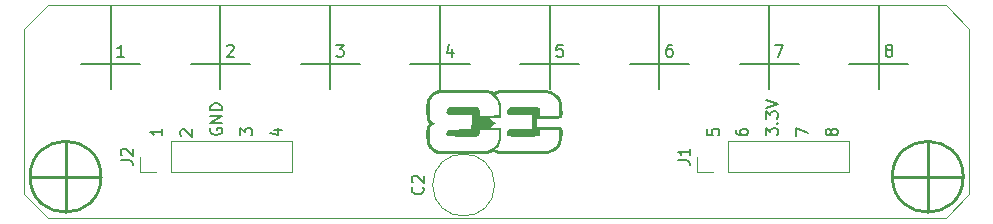
<source format=gbr>
%TF.GenerationSoftware,KiCad,Pcbnew,(7.0.0)*%
%TF.CreationDate,2023-10-30T21:48:48-03:00*%
%TF.ProjectId,QRE1113_Line_Sensors_x8,51524531-3131-4335-9f4c-696e655f5365,rev?*%
%TF.SameCoordinates,Original*%
%TF.FileFunction,Legend,Top*%
%TF.FilePolarity,Positive*%
%FSLAX46Y46*%
G04 Gerber Fmt 4.6, Leading zero omitted, Abs format (unit mm)*
G04 Created by KiCad (PCBNEW (7.0.0)) date 2023-10-30 21:48:48*
%MOMM*%
%LPD*%
G01*
G04 APERTURE LIST*
%ADD10C,0.150000*%
%ADD11C,0.200000*%
%ADD12C,0.254000*%
%ADD13C,0.120000*%
%TA.AperFunction,Profile*%
%ADD14C,0.100000*%
%TD*%
G04 APERTURE END LIST*
D10*
X164490198Y-56060000D02*
X164490198Y-63060000D01*
X124822499Y-60940000D02*
X129822499Y-60940000D01*
X180574046Y-60940000D02*
X185574046Y-60940000D01*
X183074046Y-56060000D02*
X183074046Y-63060000D01*
X161990198Y-60940000D02*
X166990198Y-60940000D01*
X134114426Y-60940000D02*
X139114426Y-60940000D01*
X143406350Y-60940000D02*
X148406350Y-60940000D01*
X171282122Y-60940000D02*
X176282122Y-60940000D01*
X145906350Y-56060000D02*
X145906350Y-63060000D01*
X173782122Y-56060000D02*
X173782122Y-63060000D01*
X155198274Y-56060000D02*
X155198274Y-63060000D01*
X192365970Y-56060000D02*
X192365970Y-63060000D01*
X127322499Y-56060000D02*
X127322499Y-63060000D01*
X189865970Y-60940000D02*
X194865970Y-60940000D01*
X136614426Y-56060000D02*
X136614426Y-63060000D01*
X152698274Y-60940000D02*
X157698274Y-60940000D01*
D11*
X193124423Y-59760952D02*
X193029185Y-59713333D01*
X193029185Y-59713333D02*
X192981566Y-59665714D01*
X192981566Y-59665714D02*
X192933947Y-59570476D01*
X192933947Y-59570476D02*
X192933947Y-59522857D01*
X192933947Y-59522857D02*
X192981566Y-59427619D01*
X192981566Y-59427619D02*
X193029185Y-59380000D01*
X193029185Y-59380000D02*
X193124423Y-59332380D01*
X193124423Y-59332380D02*
X193314899Y-59332380D01*
X193314899Y-59332380D02*
X193410137Y-59380000D01*
X193410137Y-59380000D02*
X193457756Y-59427619D01*
X193457756Y-59427619D02*
X193505375Y-59522857D01*
X193505375Y-59522857D02*
X193505375Y-59570476D01*
X193505375Y-59570476D02*
X193457756Y-59665714D01*
X193457756Y-59665714D02*
X193410137Y-59713333D01*
X193410137Y-59713333D02*
X193314899Y-59760952D01*
X193314899Y-59760952D02*
X193124423Y-59760952D01*
X193124423Y-59760952D02*
X193029185Y-59808571D01*
X193029185Y-59808571D02*
X192981566Y-59856190D01*
X192981566Y-59856190D02*
X192933947Y-59951428D01*
X192933947Y-59951428D02*
X192933947Y-60141904D01*
X192933947Y-60141904D02*
X192981566Y-60237142D01*
X192981566Y-60237142D02*
X193029185Y-60284761D01*
X193029185Y-60284761D02*
X193124423Y-60332380D01*
X193124423Y-60332380D02*
X193314899Y-60332380D01*
X193314899Y-60332380D02*
X193410137Y-60284761D01*
X193410137Y-60284761D02*
X193457756Y-60237142D01*
X193457756Y-60237142D02*
X193505375Y-60141904D01*
X193505375Y-60141904D02*
X193505375Y-59951428D01*
X193505375Y-59951428D02*
X193457756Y-59856190D01*
X193457756Y-59856190D02*
X193410137Y-59808571D01*
X193410137Y-59808571D02*
X193314899Y-59760952D01*
X141163214Y-66533333D02*
X141829880Y-66533333D01*
X140782261Y-66771428D02*
X141496547Y-67009523D01*
X141496547Y-67009523D02*
X141496547Y-66390476D01*
X156242441Y-59665714D02*
X156242441Y-60332380D01*
X156004346Y-59284761D02*
X155766251Y-59999047D01*
X155766251Y-59999047D02*
X156385298Y-59999047D01*
X183594404Y-59332380D02*
X184261070Y-59332380D01*
X184261070Y-59332380D02*
X183832499Y-60332380D01*
X165581984Y-59332380D02*
X165105794Y-59332380D01*
X165105794Y-59332380D02*
X165058175Y-59808571D01*
X165058175Y-59808571D02*
X165105794Y-59760952D01*
X165105794Y-59760952D02*
X165201032Y-59713333D01*
X165201032Y-59713333D02*
X165439127Y-59713333D01*
X165439127Y-59713333D02*
X165534365Y-59760952D01*
X165534365Y-59760952D02*
X165581984Y-59808571D01*
X165581984Y-59808571D02*
X165629603Y-59903809D01*
X165629603Y-59903809D02*
X165629603Y-60141904D01*
X165629603Y-60141904D02*
X165581984Y-60237142D01*
X165581984Y-60237142D02*
X165534365Y-60284761D01*
X165534365Y-60284761D02*
X165439127Y-60332380D01*
X165439127Y-60332380D02*
X165201032Y-60332380D01*
X165201032Y-60332380D02*
X165105794Y-60284761D01*
X165105794Y-60284761D02*
X165058175Y-60237142D01*
X180252380Y-66533333D02*
X180252380Y-66723809D01*
X180252380Y-66723809D02*
X180300000Y-66819047D01*
X180300000Y-66819047D02*
X180347619Y-66866666D01*
X180347619Y-66866666D02*
X180490476Y-66961904D01*
X180490476Y-66961904D02*
X180680952Y-67009523D01*
X180680952Y-67009523D02*
X181061904Y-67009523D01*
X181061904Y-67009523D02*
X181157142Y-66961904D01*
X181157142Y-66961904D02*
X181204761Y-66914285D01*
X181204761Y-66914285D02*
X181252380Y-66819047D01*
X181252380Y-66819047D02*
X181252380Y-66628571D01*
X181252380Y-66628571D02*
X181204761Y-66533333D01*
X181204761Y-66533333D02*
X181157142Y-66485714D01*
X181157142Y-66485714D02*
X181061904Y-66438095D01*
X181061904Y-66438095D02*
X180823809Y-66438095D01*
X180823809Y-66438095D02*
X180728571Y-66485714D01*
X180728571Y-66485714D02*
X180680952Y-66533333D01*
X180680952Y-66533333D02*
X180633333Y-66628571D01*
X180633333Y-66628571D02*
X180633333Y-66819047D01*
X180633333Y-66819047D02*
X180680952Y-66914285D01*
X180680952Y-66914285D02*
X180728571Y-66961904D01*
X180728571Y-66961904D02*
X180823809Y-67009523D01*
X182792380Y-67007142D02*
X182792380Y-66388095D01*
X182792380Y-66388095D02*
X183173333Y-66721428D01*
X183173333Y-66721428D02*
X183173333Y-66578571D01*
X183173333Y-66578571D02*
X183220952Y-66483333D01*
X183220952Y-66483333D02*
X183268571Y-66435714D01*
X183268571Y-66435714D02*
X183363809Y-66388095D01*
X183363809Y-66388095D02*
X183601904Y-66388095D01*
X183601904Y-66388095D02*
X183697142Y-66435714D01*
X183697142Y-66435714D02*
X183744761Y-66483333D01*
X183744761Y-66483333D02*
X183792380Y-66578571D01*
X183792380Y-66578571D02*
X183792380Y-66864285D01*
X183792380Y-66864285D02*
X183744761Y-66959523D01*
X183744761Y-66959523D02*
X183697142Y-67007142D01*
X183697142Y-65959523D02*
X183744761Y-65911904D01*
X183744761Y-65911904D02*
X183792380Y-65959523D01*
X183792380Y-65959523D02*
X183744761Y-66007142D01*
X183744761Y-66007142D02*
X183697142Y-65959523D01*
X183697142Y-65959523D02*
X183792380Y-65959523D01*
X182792380Y-65578571D02*
X182792380Y-64959524D01*
X182792380Y-64959524D02*
X183173333Y-65292857D01*
X183173333Y-65292857D02*
X183173333Y-65150000D01*
X183173333Y-65150000D02*
X183220952Y-65054762D01*
X183220952Y-65054762D02*
X183268571Y-65007143D01*
X183268571Y-65007143D02*
X183363809Y-64959524D01*
X183363809Y-64959524D02*
X183601904Y-64959524D01*
X183601904Y-64959524D02*
X183697142Y-65007143D01*
X183697142Y-65007143D02*
X183744761Y-65054762D01*
X183744761Y-65054762D02*
X183792380Y-65150000D01*
X183792380Y-65150000D02*
X183792380Y-65435714D01*
X183792380Y-65435714D02*
X183744761Y-65530952D01*
X183744761Y-65530952D02*
X183697142Y-65578571D01*
X182792380Y-64673809D02*
X183792380Y-64340476D01*
X183792380Y-64340476D02*
X182792380Y-64007143D01*
X146426708Y-59332380D02*
X147045755Y-59332380D01*
X147045755Y-59332380D02*
X146712422Y-59713333D01*
X146712422Y-59713333D02*
X146855279Y-59713333D01*
X146855279Y-59713333D02*
X146950517Y-59760952D01*
X146950517Y-59760952D02*
X146998136Y-59808571D01*
X146998136Y-59808571D02*
X147045755Y-59903809D01*
X147045755Y-59903809D02*
X147045755Y-60141904D01*
X147045755Y-60141904D02*
X146998136Y-60237142D01*
X146998136Y-60237142D02*
X146950517Y-60284761D01*
X146950517Y-60284761D02*
X146855279Y-60332380D01*
X146855279Y-60332380D02*
X146569565Y-60332380D01*
X146569565Y-60332380D02*
X146474327Y-60284761D01*
X146474327Y-60284761D02*
X146426708Y-60237142D01*
X188300952Y-66819047D02*
X188253333Y-66914285D01*
X188253333Y-66914285D02*
X188205714Y-66961904D01*
X188205714Y-66961904D02*
X188110476Y-67009523D01*
X188110476Y-67009523D02*
X188062857Y-67009523D01*
X188062857Y-67009523D02*
X187967619Y-66961904D01*
X187967619Y-66961904D02*
X187920000Y-66914285D01*
X187920000Y-66914285D02*
X187872380Y-66819047D01*
X187872380Y-66819047D02*
X187872380Y-66628571D01*
X187872380Y-66628571D02*
X187920000Y-66533333D01*
X187920000Y-66533333D02*
X187967619Y-66485714D01*
X187967619Y-66485714D02*
X188062857Y-66438095D01*
X188062857Y-66438095D02*
X188110476Y-66438095D01*
X188110476Y-66438095D02*
X188205714Y-66485714D01*
X188205714Y-66485714D02*
X188253333Y-66533333D01*
X188253333Y-66533333D02*
X188300952Y-66628571D01*
X188300952Y-66628571D02*
X188300952Y-66819047D01*
X188300952Y-66819047D02*
X188348571Y-66914285D01*
X188348571Y-66914285D02*
X188396190Y-66961904D01*
X188396190Y-66961904D02*
X188491428Y-67009523D01*
X188491428Y-67009523D02*
X188681904Y-67009523D01*
X188681904Y-67009523D02*
X188777142Y-66961904D01*
X188777142Y-66961904D02*
X188824761Y-66914285D01*
X188824761Y-66914285D02*
X188872380Y-66819047D01*
X188872380Y-66819047D02*
X188872380Y-66628571D01*
X188872380Y-66628571D02*
X188824761Y-66533333D01*
X188824761Y-66533333D02*
X188777142Y-66485714D01*
X188777142Y-66485714D02*
X188681904Y-66438095D01*
X188681904Y-66438095D02*
X188491428Y-66438095D01*
X188491428Y-66438095D02*
X188396190Y-66485714D01*
X188396190Y-66485714D02*
X188348571Y-66533333D01*
X188348571Y-66533333D02*
X188300952Y-66628571D01*
X138289880Y-67007142D02*
X138289880Y-66388095D01*
X138289880Y-66388095D02*
X138670833Y-66721428D01*
X138670833Y-66721428D02*
X138670833Y-66578571D01*
X138670833Y-66578571D02*
X138718452Y-66483333D01*
X138718452Y-66483333D02*
X138766071Y-66435714D01*
X138766071Y-66435714D02*
X138861309Y-66388095D01*
X138861309Y-66388095D02*
X139099404Y-66388095D01*
X139099404Y-66388095D02*
X139194642Y-66435714D01*
X139194642Y-66435714D02*
X139242261Y-66483333D01*
X139242261Y-66483333D02*
X139289880Y-66578571D01*
X139289880Y-66578571D02*
X139289880Y-66864285D01*
X139289880Y-66864285D02*
X139242261Y-66959523D01*
X139242261Y-66959523D02*
X139194642Y-67007142D01*
X174826289Y-59332380D02*
X174635813Y-59332380D01*
X174635813Y-59332380D02*
X174540575Y-59380000D01*
X174540575Y-59380000D02*
X174492956Y-59427619D01*
X174492956Y-59427619D02*
X174397718Y-59570476D01*
X174397718Y-59570476D02*
X174350099Y-59760952D01*
X174350099Y-59760952D02*
X174350099Y-60141904D01*
X174350099Y-60141904D02*
X174397718Y-60237142D01*
X174397718Y-60237142D02*
X174445337Y-60284761D01*
X174445337Y-60284761D02*
X174540575Y-60332380D01*
X174540575Y-60332380D02*
X174731051Y-60332380D01*
X174731051Y-60332380D02*
X174826289Y-60284761D01*
X174826289Y-60284761D02*
X174873908Y-60237142D01*
X174873908Y-60237142D02*
X174921527Y-60141904D01*
X174921527Y-60141904D02*
X174921527Y-59903809D01*
X174921527Y-59903809D02*
X174873908Y-59808571D01*
X174873908Y-59808571D02*
X174826289Y-59760952D01*
X174826289Y-59760952D02*
X174731051Y-59713333D01*
X174731051Y-59713333D02*
X174540575Y-59713333D01*
X174540575Y-59713333D02*
X174445337Y-59760952D01*
X174445337Y-59760952D02*
X174397718Y-59808571D01*
X174397718Y-59808571D02*
X174350099Y-59903809D01*
X185332380Y-67057142D02*
X185332380Y-66390476D01*
X185332380Y-66390476D02*
X186332380Y-66819047D01*
X131669880Y-66438095D02*
X131669880Y-67009523D01*
X131669880Y-66723809D02*
X130669880Y-66723809D01*
X130669880Y-66723809D02*
X130812738Y-66819047D01*
X130812738Y-66819047D02*
X130907976Y-66914285D01*
X130907976Y-66914285D02*
X130955595Y-67009523D01*
X135797500Y-66388095D02*
X135749880Y-66483333D01*
X135749880Y-66483333D02*
X135749880Y-66626190D01*
X135749880Y-66626190D02*
X135797500Y-66769047D01*
X135797500Y-66769047D02*
X135892738Y-66864285D01*
X135892738Y-66864285D02*
X135987976Y-66911904D01*
X135987976Y-66911904D02*
X136178452Y-66959523D01*
X136178452Y-66959523D02*
X136321309Y-66959523D01*
X136321309Y-66959523D02*
X136511785Y-66911904D01*
X136511785Y-66911904D02*
X136607023Y-66864285D01*
X136607023Y-66864285D02*
X136702261Y-66769047D01*
X136702261Y-66769047D02*
X136749880Y-66626190D01*
X136749880Y-66626190D02*
X136749880Y-66530952D01*
X136749880Y-66530952D02*
X136702261Y-66388095D01*
X136702261Y-66388095D02*
X136654642Y-66340476D01*
X136654642Y-66340476D02*
X136321309Y-66340476D01*
X136321309Y-66340476D02*
X136321309Y-66530952D01*
X136749880Y-65911904D02*
X135749880Y-65911904D01*
X135749880Y-65911904D02*
X136749880Y-65340476D01*
X136749880Y-65340476D02*
X135749880Y-65340476D01*
X136749880Y-64864285D02*
X135749880Y-64864285D01*
X135749880Y-64864285D02*
X135749880Y-64626190D01*
X135749880Y-64626190D02*
X135797500Y-64483333D01*
X135797500Y-64483333D02*
X135892738Y-64388095D01*
X135892738Y-64388095D02*
X135987976Y-64340476D01*
X135987976Y-64340476D02*
X136178452Y-64292857D01*
X136178452Y-64292857D02*
X136321309Y-64292857D01*
X136321309Y-64292857D02*
X136511785Y-64340476D01*
X136511785Y-64340476D02*
X136607023Y-64388095D01*
X136607023Y-64388095D02*
X136702261Y-64483333D01*
X136702261Y-64483333D02*
X136749880Y-64626190D01*
X136749880Y-64626190D02*
X136749880Y-64864285D01*
X137182403Y-59427619D02*
X137230022Y-59380000D01*
X137230022Y-59380000D02*
X137325260Y-59332380D01*
X137325260Y-59332380D02*
X137563355Y-59332380D01*
X137563355Y-59332380D02*
X137658593Y-59380000D01*
X137658593Y-59380000D02*
X137706212Y-59427619D01*
X137706212Y-59427619D02*
X137753831Y-59522857D01*
X137753831Y-59522857D02*
X137753831Y-59618095D01*
X137753831Y-59618095D02*
X137706212Y-59760952D01*
X137706212Y-59760952D02*
X137134784Y-60332380D01*
X137134784Y-60332380D02*
X137753831Y-60332380D01*
X133305119Y-67059523D02*
X133257500Y-67011904D01*
X133257500Y-67011904D02*
X133209880Y-66916666D01*
X133209880Y-66916666D02*
X133209880Y-66678571D01*
X133209880Y-66678571D02*
X133257500Y-66583333D01*
X133257500Y-66583333D02*
X133305119Y-66535714D01*
X133305119Y-66535714D02*
X133400357Y-66488095D01*
X133400357Y-66488095D02*
X133495595Y-66488095D01*
X133495595Y-66488095D02*
X133638452Y-66535714D01*
X133638452Y-66535714D02*
X134209880Y-67107142D01*
X134209880Y-67107142D02*
X134209880Y-66488095D01*
X128461904Y-60332380D02*
X127890476Y-60332380D01*
X128176190Y-60332380D02*
X128176190Y-59332380D01*
X128176190Y-59332380D02*
X128080952Y-59475238D01*
X128080952Y-59475238D02*
X127985714Y-59570476D01*
X127985714Y-59570476D02*
X127890476Y-59618095D01*
X177834880Y-66485714D02*
X177834880Y-66961904D01*
X177834880Y-66961904D02*
X178311071Y-67009523D01*
X178311071Y-67009523D02*
X178263452Y-66961904D01*
X178263452Y-66961904D02*
X178215833Y-66866666D01*
X178215833Y-66866666D02*
X178215833Y-66628571D01*
X178215833Y-66628571D02*
X178263452Y-66533333D01*
X178263452Y-66533333D02*
X178311071Y-66485714D01*
X178311071Y-66485714D02*
X178406309Y-66438095D01*
X178406309Y-66438095D02*
X178644404Y-66438095D01*
X178644404Y-66438095D02*
X178739642Y-66485714D01*
X178739642Y-66485714D02*
X178787261Y-66533333D01*
X178787261Y-66533333D02*
X178834880Y-66628571D01*
X178834880Y-66628571D02*
X178834880Y-66866666D01*
X178834880Y-66866666D02*
X178787261Y-66961904D01*
X178787261Y-66961904D02*
X178739642Y-67009523D01*
%TO.C,J2*%
X128174880Y-69123333D02*
X128889166Y-69123333D01*
X128889166Y-69123333D02*
X129032023Y-69170952D01*
X129032023Y-69170952D02*
X129127261Y-69266190D01*
X129127261Y-69266190D02*
X129174880Y-69409047D01*
X129174880Y-69409047D02*
X129174880Y-69504285D01*
X128270119Y-68694761D02*
X128222500Y-68647142D01*
X128222500Y-68647142D02*
X128174880Y-68551904D01*
X128174880Y-68551904D02*
X128174880Y-68313809D01*
X128174880Y-68313809D02*
X128222500Y-68218571D01*
X128222500Y-68218571D02*
X128270119Y-68170952D01*
X128270119Y-68170952D02*
X128365357Y-68123333D01*
X128365357Y-68123333D02*
X128460595Y-68123333D01*
X128460595Y-68123333D02*
X128603452Y-68170952D01*
X128603452Y-68170952D02*
X129174880Y-68742380D01*
X129174880Y-68742380D02*
X129174880Y-68123333D01*
%TO.C,J1*%
X175339880Y-69123333D02*
X176054166Y-69123333D01*
X176054166Y-69123333D02*
X176197023Y-69170952D01*
X176197023Y-69170952D02*
X176292261Y-69266190D01*
X176292261Y-69266190D02*
X176339880Y-69409047D01*
X176339880Y-69409047D02*
X176339880Y-69504285D01*
X176339880Y-68123333D02*
X176339880Y-68694761D01*
X176339880Y-68409047D02*
X175339880Y-68409047D01*
X175339880Y-68409047D02*
X175482738Y-68504285D01*
X175482738Y-68504285D02*
X175577976Y-68599523D01*
X175577976Y-68599523D02*
X175625595Y-68694761D01*
%TO.C,C2*%
X153722142Y-71366666D02*
X153769761Y-71414285D01*
X153769761Y-71414285D02*
X153817380Y-71557142D01*
X153817380Y-71557142D02*
X153817380Y-71652380D01*
X153817380Y-71652380D02*
X153769761Y-71795237D01*
X153769761Y-71795237D02*
X153674523Y-71890475D01*
X153674523Y-71890475D02*
X153579285Y-71938094D01*
X153579285Y-71938094D02*
X153388809Y-71985713D01*
X153388809Y-71985713D02*
X153245952Y-71985713D01*
X153245952Y-71985713D02*
X153055476Y-71938094D01*
X153055476Y-71938094D02*
X152960238Y-71890475D01*
X152960238Y-71890475D02*
X152865000Y-71795237D01*
X152865000Y-71795237D02*
X152817380Y-71652380D01*
X152817380Y-71652380D02*
X152817380Y-71557142D01*
X152817380Y-71557142D02*
X152865000Y-71414285D01*
X152865000Y-71414285D02*
X152912619Y-71366666D01*
X152912619Y-70985713D02*
X152865000Y-70938094D01*
X152865000Y-70938094D02*
X152817380Y-70842856D01*
X152817380Y-70842856D02*
X152817380Y-70604761D01*
X152817380Y-70604761D02*
X152865000Y-70509523D01*
X152865000Y-70509523D02*
X152912619Y-70461904D01*
X152912619Y-70461904D02*
X153007857Y-70414285D01*
X153007857Y-70414285D02*
X153103095Y-70414285D01*
X153103095Y-70414285D02*
X153245952Y-70461904D01*
X153245952Y-70461904D02*
X153817380Y-71033332D01*
X153817380Y-71033332D02*
X153817380Y-70414285D01*
D12*
%TO.C,H1*%
X120500000Y-70500000D02*
X126500000Y-70500000D01*
X123500000Y-67500000D02*
X123500000Y-73500000D01*
X126500000Y-70500000D02*
G75*
G03*
X126500000Y-70500000I-3000000J0D01*
G01*
%TO.C,H2*%
X193500000Y-70500000D02*
X199500000Y-70500000D01*
X196500000Y-67500000D02*
X196500000Y-73500000D01*
X199500000Y-70500000D02*
G75*
G03*
X199500000Y-70500000I-3000000J0D01*
G01*
%TO.C,G\u002A\u002A\u002A*%
G36*
X165565591Y-65324483D02*
G01*
X165557012Y-65377455D01*
X165534573Y-65440146D01*
X165502333Y-65487731D01*
X165462893Y-65524289D01*
X165444261Y-65537476D01*
X165421898Y-65548142D01*
X165390657Y-65556553D01*
X165345394Y-65562977D01*
X165280963Y-65567680D01*
X165192220Y-65570929D01*
X165074019Y-65572992D01*
X164921216Y-65574135D01*
X164728664Y-65574625D01*
X164491220Y-65574729D01*
X164490664Y-65574729D01*
X163582560Y-65574729D01*
X163505566Y-65509943D01*
X163428572Y-65445157D01*
X163428572Y-65910337D01*
X163429888Y-66086021D01*
X163433722Y-66223055D01*
X163439902Y-66318229D01*
X163448253Y-66368333D01*
X163453596Y-66375518D01*
X163477692Y-66356305D01*
X163478621Y-66349216D01*
X163499519Y-66323652D01*
X163551407Y-66292972D01*
X163568271Y-66285456D01*
X163619948Y-66274582D01*
X163713039Y-66265805D01*
X163840381Y-66259068D01*
X163994809Y-66254314D01*
X164169159Y-66251487D01*
X164356265Y-66250530D01*
X164548963Y-66251385D01*
X164740088Y-66253996D01*
X164922476Y-66258306D01*
X165088962Y-66264257D01*
X165232382Y-66271794D01*
X165345570Y-66280859D01*
X165421363Y-66291396D01*
X165449612Y-66300395D01*
X165500138Y-66345452D01*
X165536921Y-66408388D01*
X165561242Y-66495743D01*
X165574387Y-66614057D01*
X165577637Y-66769869D01*
X165573725Y-66932781D01*
X165557459Y-67195249D01*
X165527901Y-67416980D01*
X165482179Y-67606187D01*
X165417417Y-67771087D01*
X165330744Y-67919894D01*
X165219283Y-68060824D01*
X165155271Y-68128962D01*
X164953029Y-68302567D01*
X164727055Y-68434592D01*
X164471156Y-68528604D01*
X164452508Y-68533707D01*
X164413354Y-68544047D01*
X164375847Y-68553042D01*
X164336375Y-68560785D01*
X164291326Y-68567369D01*
X164237087Y-68572890D01*
X164170046Y-68577440D01*
X164086592Y-68581113D01*
X163983110Y-68584003D01*
X163855990Y-68586205D01*
X163701619Y-68587811D01*
X163516384Y-68588916D01*
X163296674Y-68589613D01*
X163038875Y-68589996D01*
X162739376Y-68590159D01*
X162394565Y-68590197D01*
X162277439Y-68590197D01*
X161914889Y-68590132D01*
X161598834Y-68589884D01*
X161325723Y-68589380D01*
X161092000Y-68588545D01*
X160894114Y-68587303D01*
X160728510Y-68585580D01*
X160591635Y-68583300D01*
X160479936Y-68580389D01*
X160389860Y-68576772D01*
X160317854Y-68572373D01*
X160260363Y-68567118D01*
X160213836Y-68560931D01*
X160174718Y-68553738D01*
X160139456Y-68545464D01*
X160137833Y-68545047D01*
X160029650Y-68513017D01*
X159922793Y-68474678D01*
X159850050Y-68442900D01*
X159737439Y-68385905D01*
X159612316Y-68440857D01*
X159529691Y-68471742D01*
X159417786Y-68506487D01*
X159296392Y-68539107D01*
X159253825Y-68549259D01*
X159208757Y-68559293D01*
X159164786Y-68567985D01*
X159118133Y-68575431D01*
X159065022Y-68581728D01*
X159001676Y-68586969D01*
X158924318Y-68591251D01*
X158829171Y-68594670D01*
X158712459Y-68597320D01*
X158570405Y-68599298D01*
X158399231Y-68600698D01*
X158195160Y-68601616D01*
X157954417Y-68602149D01*
X157673224Y-68602390D01*
X157347804Y-68602436D01*
X157151756Y-68602414D01*
X155283055Y-68602118D01*
X155042053Y-68542127D01*
X154789559Y-68456903D01*
X154570574Y-68334982D01*
X154383758Y-68175589D01*
X154355826Y-68145516D01*
X154268986Y-68041783D01*
X154200575Y-67940565D01*
X154148284Y-67833757D01*
X154109807Y-67713254D01*
X154082837Y-67570952D01*
X154065065Y-67398747D01*
X154054184Y-67188533D01*
X154050791Y-67074136D01*
X154046995Y-66898775D01*
X154046520Y-66843807D01*
X154321025Y-66843807D01*
X154323162Y-67024306D01*
X154323750Y-67059771D01*
X154327011Y-67236549D01*
X154330547Y-67371363D01*
X154335269Y-67472295D01*
X154342087Y-67547425D01*
X154351913Y-67604836D01*
X154365656Y-67652609D01*
X154384227Y-67698825D01*
X154399527Y-67732305D01*
X154489292Y-67883335D01*
X154607802Y-68022813D01*
X154741607Y-68136498D01*
X154832772Y-68190978D01*
X154882827Y-68215392D01*
X154928951Y-68236691D01*
X154974771Y-68255089D01*
X155023910Y-68270798D01*
X155079993Y-68284032D01*
X155146644Y-68295003D01*
X155227487Y-68303925D01*
X155326148Y-68311011D01*
X155446250Y-68316473D01*
X155591419Y-68320525D01*
X155765278Y-68323380D01*
X155971452Y-68325250D01*
X156213565Y-68326349D01*
X156495242Y-68326890D01*
X156820108Y-68327085D01*
X157149643Y-68327142D01*
X157505977Y-68327150D01*
X157815911Y-68326999D01*
X158083096Y-68326604D01*
X158311180Y-68325879D01*
X158503814Y-68324741D01*
X158664647Y-68323103D01*
X158797328Y-68320881D01*
X158905508Y-68317989D01*
X158992836Y-68314342D01*
X159062962Y-68309856D01*
X159119535Y-68304445D01*
X159166205Y-68298024D01*
X159206622Y-68290508D01*
X159244435Y-68281811D01*
X159259833Y-68277936D01*
X159500601Y-68193572D01*
X159709057Y-68072602D01*
X159883213Y-67916588D01*
X160021080Y-67727093D01*
X160063590Y-67646529D01*
X160097094Y-67572848D01*
X160122881Y-67503828D01*
X160142337Y-67430725D01*
X160156846Y-67344798D01*
X160167793Y-67237306D01*
X160176562Y-67099507D01*
X160184539Y-66922660D01*
X160186633Y-66869754D01*
X160200015Y-66525665D01*
X159386904Y-66525665D01*
X158573793Y-66525665D01*
X158572302Y-66644532D01*
X158562108Y-66811721D01*
X158536871Y-66941596D01*
X158497667Y-67029677D01*
X158473367Y-67056480D01*
X158458349Y-67066857D01*
X158438327Y-67075509D01*
X158409049Y-67082561D01*
X158366263Y-67088140D01*
X158305719Y-67092372D01*
X158223163Y-67095385D01*
X158114345Y-67097304D01*
X157975013Y-67098256D01*
X157800916Y-67098367D01*
X157587801Y-67097764D01*
X157331417Y-67096574D01*
X157156776Y-67095639D01*
X155897089Y-67088720D01*
X155820790Y-67012405D01*
X155750047Y-66910531D01*
X155727083Y-66797485D01*
X155752962Y-66679243D01*
X155759045Y-66665734D01*
X155800357Y-66598488D01*
X155846861Y-66549405D01*
X155855627Y-66543569D01*
X155887873Y-66534794D01*
X155953824Y-66527090D01*
X156056204Y-66520342D01*
X156197737Y-66514437D01*
X156381145Y-66509261D01*
X156609153Y-66504701D01*
X156884484Y-66500643D01*
X156884631Y-66500641D01*
X157860591Y-66488128D01*
X157867301Y-65893793D01*
X157871609Y-65512168D01*
X159451993Y-65512168D01*
X159497641Y-65614037D01*
X159571732Y-65726438D01*
X159682242Y-65826746D01*
X159815546Y-65903310D01*
X159853621Y-65918380D01*
X159969802Y-65959939D01*
X159831429Y-66016178D01*
X159679869Y-66097360D01*
X159564037Y-66201055D01*
X159509340Y-66281675D01*
X159473395Y-66350493D01*
X159911969Y-66350493D01*
X160350542Y-66350493D01*
X160350542Y-66525665D01*
X160350542Y-66865342D01*
X160350201Y-67041171D01*
X160348636Y-67175941D01*
X160345035Y-67278637D01*
X160338584Y-67358247D01*
X160328470Y-67423759D01*
X160313880Y-67484159D01*
X160294003Y-67548435D01*
X160286795Y-67570089D01*
X160246544Y-67681576D01*
X160205013Y-67772544D01*
X160153425Y-67857899D01*
X160083007Y-67952545D01*
X160007131Y-68045068D01*
X159897670Y-68175604D01*
X159980214Y-68210035D01*
X160024983Y-68228797D01*
X160065731Y-68245178D01*
X160106011Y-68259341D01*
X160149373Y-68271447D01*
X160199370Y-68281656D01*
X160259551Y-68290130D01*
X160333470Y-68297030D01*
X160424676Y-68302518D01*
X160536722Y-68306755D01*
X160673158Y-68309902D01*
X160837536Y-68312121D01*
X161033407Y-68313572D01*
X161264323Y-68314417D01*
X161533835Y-68314817D01*
X161845494Y-68314934D01*
X162202852Y-68314928D01*
X162289951Y-68314926D01*
X164316946Y-68314926D01*
X164497480Y-68248897D01*
X164721877Y-68142430D01*
X164914077Y-68000762D01*
X165070742Y-67827833D01*
X165188533Y-67627582D01*
X165264114Y-67403948D01*
X165279102Y-67326454D01*
X165289410Y-67235568D01*
X165297812Y-67111604D01*
X165303388Y-66971522D01*
X165305230Y-66844729D01*
X165305419Y-66525665D01*
X164492119Y-66525665D01*
X163678818Y-66525665D01*
X163678818Y-66727508D01*
X163673483Y-66863232D01*
X163655546Y-66959965D01*
X163622110Y-67027818D01*
X163580888Y-67069155D01*
X163558484Y-67076549D01*
X163510013Y-67082782D01*
X163432329Y-67087932D01*
X163322288Y-67092075D01*
X163176744Y-67095288D01*
X162992552Y-67097647D01*
X162766566Y-67099230D01*
X162495642Y-67100112D01*
X162302463Y-67100342D01*
X162021288Y-67100439D01*
X161785773Y-67100271D01*
X161591528Y-67099675D01*
X161434165Y-67098483D01*
X161309294Y-67096532D01*
X161212526Y-67093655D01*
X161139471Y-67089687D01*
X161085741Y-67084463D01*
X161046946Y-67077818D01*
X161018697Y-67069585D01*
X160996604Y-67059600D01*
X160980908Y-67050541D01*
X160894701Y-66971841D01*
X160846333Y-66870286D01*
X160840887Y-66758514D01*
X160849040Y-66722654D01*
X160888223Y-66642530D01*
X160946685Y-66571053D01*
X160953505Y-66565047D01*
X161030047Y-66500641D01*
X162004088Y-66500641D01*
X162978128Y-66500641D01*
X162978128Y-65900050D01*
X162978128Y-65299458D01*
X162045961Y-65299365D01*
X161804396Y-65299216D01*
X161607727Y-65298657D01*
X161450801Y-65297439D01*
X161328466Y-65295313D01*
X161235568Y-65292032D01*
X161166954Y-65287345D01*
X161117473Y-65281004D01*
X161081970Y-65272760D01*
X161055293Y-65262366D01*
X161033823Y-65250510D01*
X160939069Y-65168319D01*
X160880327Y-65066105D01*
X160858112Y-64954453D01*
X160872934Y-64843950D01*
X160925307Y-64745181D01*
X161005933Y-64674484D01*
X161026457Y-64662937D01*
X161049785Y-64653297D01*
X161080349Y-64645391D01*
X161122578Y-64639048D01*
X161180903Y-64634095D01*
X161259755Y-64630360D01*
X161363562Y-64627671D01*
X161496756Y-64625855D01*
X161663768Y-64624741D01*
X161869026Y-64624155D01*
X162116962Y-64623926D01*
X162307324Y-64623887D01*
X163525879Y-64623793D01*
X163596093Y-64684134D01*
X163626247Y-64712141D01*
X163646574Y-64741448D01*
X163659393Y-64782386D01*
X163667021Y-64845284D01*
X163671777Y-64940474D01*
X163674715Y-65034478D01*
X163683125Y-65324483D01*
X164494272Y-65324483D01*
X165305419Y-65324483D01*
X165304646Y-64967882D01*
X165300429Y-64724813D01*
X165288337Y-64524426D01*
X165267478Y-64359847D01*
X165236960Y-64224196D01*
X165195889Y-64110599D01*
X165192381Y-64102825D01*
X165073191Y-63900995D01*
X164916021Y-63727149D01*
X164727266Y-63586127D01*
X164513325Y-63482769D01*
X164295896Y-63424438D01*
X164250714Y-63420991D01*
X164159603Y-63417821D01*
X164026682Y-63414963D01*
X163856072Y-63412450D01*
X163651893Y-63410319D01*
X163418263Y-63408604D01*
X163159303Y-63407339D01*
X162879133Y-63406560D01*
X162581872Y-63406302D01*
X162271640Y-63406598D01*
X162202365Y-63406741D01*
X160237931Y-63411174D01*
X160077727Y-63479084D01*
X159996345Y-63514450D01*
X159934983Y-63542740D01*
X159906523Y-63558009D01*
X159906282Y-63558234D01*
X159915641Y-63580943D01*
X159951491Y-63628012D01*
X159991413Y-63673221D01*
X160118374Y-63824507D01*
X160212868Y-63974625D01*
X160280011Y-64135944D01*
X160324921Y-64320833D01*
X160352713Y-64541661D01*
X160353241Y-64547845D01*
X160362630Y-64695597D01*
X160368908Y-64869002D01*
X160371395Y-65043724D01*
X160370347Y-65161823D01*
X160363055Y-65487143D01*
X159907524Y-65499656D01*
X159451993Y-65512168D01*
X157871609Y-65512168D01*
X157874010Y-65299458D01*
X156953902Y-65298046D01*
X156676961Y-65296959D01*
X156447740Y-65294575D01*
X156263920Y-65290824D01*
X156123188Y-65285632D01*
X156023226Y-65278928D01*
X155961719Y-65270640D01*
X155947074Y-65266765D01*
X155869174Y-65221413D01*
X155802397Y-65151416D01*
X155800953Y-65149311D01*
X155764286Y-65083636D01*
X155749935Y-65016783D01*
X155752239Y-64928625D01*
X155765856Y-64836816D01*
X155795277Y-64771143D01*
X155842518Y-64715916D01*
X155922110Y-64636306D01*
X157116572Y-64628892D01*
X157359175Y-64627703D01*
X157588653Y-64627183D01*
X157799706Y-64627304D01*
X157987034Y-64628033D01*
X158145337Y-64629340D01*
X158269314Y-64631195D01*
X158353667Y-64633565D01*
X158392554Y-64636318D01*
X158455751Y-64657985D01*
X158502909Y-64700794D01*
X158536095Y-64770724D01*
X158557378Y-64873753D01*
X158568824Y-65015859D01*
X158572237Y-65155914D01*
X158573793Y-65325176D01*
X159380838Y-65318574D01*
X160187882Y-65311971D01*
X160180307Y-64874040D01*
X160176212Y-64720617D01*
X160169710Y-64575163D01*
X160161502Y-64449039D01*
X160152287Y-64353607D01*
X160145578Y-64310986D01*
X160075444Y-64102017D01*
X159962741Y-63910135D01*
X159813689Y-63741271D01*
X159634507Y-63601355D01*
X159431417Y-63496315D01*
X159226886Y-63435195D01*
X159172913Y-63429472D01*
X159073826Y-63424183D01*
X158934558Y-63419343D01*
X158760044Y-63414968D01*
X158555217Y-63411075D01*
X158325012Y-63407679D01*
X158074360Y-63404797D01*
X157808197Y-63402446D01*
X157531456Y-63400640D01*
X157249070Y-63399397D01*
X156965973Y-63398732D01*
X156687100Y-63398662D01*
X156417382Y-63399203D01*
X156161756Y-63400371D01*
X155925153Y-63402182D01*
X155712507Y-63404653D01*
X155528753Y-63407799D01*
X155378824Y-63411637D01*
X155267653Y-63416183D01*
X155200175Y-63421454D01*
X155196326Y-63421977D01*
X154988455Y-63474322D01*
X154795975Y-63565857D01*
X154626884Y-63690630D01*
X154489183Y-63842694D01*
X154390869Y-64016098D01*
X154387947Y-64023202D01*
X154371216Y-64066828D01*
X154358204Y-64109798D01*
X154348444Y-64158894D01*
X154341473Y-64220893D01*
X154336823Y-64302577D01*
X154334031Y-64410726D01*
X154332629Y-64552118D01*
X154332154Y-64733534D01*
X154332119Y-64836503D01*
X154332429Y-65041875D01*
X154333604Y-65203497D01*
X154336014Y-65327666D01*
X154340025Y-65420679D01*
X154346007Y-65488833D01*
X154354326Y-65538425D01*
X154365353Y-65575751D01*
X154376878Y-65602038D01*
X154470463Y-65735673D01*
X154603276Y-65845465D01*
X154727727Y-65909582D01*
X154868094Y-65966631D01*
X154729618Y-66010282D01*
X154577061Y-66082567D01*
X154457795Y-66191105D01*
X154375347Y-66332320D01*
X154355675Y-66389376D01*
X154341424Y-66447324D01*
X154331217Y-66513700D01*
X154324670Y-66596545D01*
X154321400Y-66703900D01*
X154321025Y-66843807D01*
X154046520Y-66843807D01*
X154045826Y-66763578D01*
X154047847Y-66658702D01*
X154053622Y-66574303D01*
X154063714Y-66500540D01*
X154078686Y-66427569D01*
X154090615Y-66378616D01*
X154136799Y-66229533D01*
X154191638Y-66107474D01*
X154250605Y-66021579D01*
X154280864Y-65994604D01*
X154291624Y-65962900D01*
X154275452Y-65932043D01*
X154210805Y-65837791D01*
X154160679Y-65753485D01*
X154123031Y-65670502D01*
X154095821Y-65580222D01*
X154077005Y-65474022D01*
X154064543Y-65343281D01*
X154056392Y-65179377D01*
X154050736Y-64983167D01*
X154047284Y-64713365D01*
X154051753Y-64486319D01*
X154065322Y-64295192D01*
X154089171Y-64133146D01*
X154124482Y-63993346D01*
X154172434Y-63868953D01*
X154234207Y-63753130D01*
X154273634Y-63691879D01*
X154423252Y-63513567D01*
X154608757Y-63367395D01*
X154831940Y-63252175D01*
X155045321Y-63179680D01*
X155078183Y-63171410D01*
X155115054Y-63164217D01*
X155159463Y-63158027D01*
X155214938Y-63152765D01*
X155285008Y-63148357D01*
X155373204Y-63144728D01*
X155483053Y-63141804D01*
X155618086Y-63139511D01*
X155781832Y-63137774D01*
X155977819Y-63136519D01*
X156209577Y-63135671D01*
X156480635Y-63135157D01*
X156794523Y-63134900D01*
X157154769Y-63134828D01*
X157172414Y-63134828D01*
X157546455Y-63134842D01*
X157874058Y-63135031D01*
X158158832Y-63135613D01*
X158404389Y-63136810D01*
X158614338Y-63138841D01*
X158792291Y-63141925D01*
X158941858Y-63146283D01*
X159066649Y-63152133D01*
X159170275Y-63159696D01*
X159256347Y-63169191D01*
X159328475Y-63180838D01*
X159390270Y-63194857D01*
X159445342Y-63211468D01*
X159497301Y-63230890D01*
X159549758Y-63253343D01*
X159606325Y-63279046D01*
X159616150Y-63283545D01*
X159745107Y-63342551D01*
X159866396Y-63284714D01*
X159921410Y-63258414D01*
X159971224Y-63235468D01*
X160019503Y-63215634D01*
X160069916Y-63198674D01*
X160126127Y-63184347D01*
X160191804Y-63172413D01*
X160270613Y-63162632D01*
X160366221Y-63154765D01*
X160482294Y-63148571D01*
X160622500Y-63143810D01*
X160790503Y-63140242D01*
X160989972Y-63137627D01*
X161224572Y-63135725D01*
X161497970Y-63134297D01*
X161813833Y-63133102D01*
X162175828Y-63131900D01*
X162202365Y-63131812D01*
X162578974Y-63130732D01*
X162908686Y-63130203D01*
X163194653Y-63130265D01*
X163440024Y-63130957D01*
X163647950Y-63132320D01*
X163821581Y-63134394D01*
X163964068Y-63137220D01*
X164078561Y-63140837D01*
X164168210Y-63145286D01*
X164236166Y-63150607D01*
X164285579Y-63156841D01*
X164295420Y-63158550D01*
X164527714Y-63212202D01*
X164723312Y-63282741D01*
X164894388Y-63376258D01*
X165053117Y-63498845D01*
X165139675Y-63580977D01*
X165256799Y-63707686D01*
X165350514Y-63831898D01*
X165423566Y-63961613D01*
X165478698Y-64104829D01*
X165518657Y-64269545D01*
X165546186Y-64463760D01*
X165564029Y-64695474D01*
X165570513Y-64836614D01*
X165576401Y-65029236D01*
X165576839Y-65178950D01*
X165570738Y-65292706D01*
X165565591Y-65324483D01*
G37*
D13*
%TO.C,J2*%
X129807500Y-70120000D02*
X129807500Y-68790000D01*
X131137500Y-70120000D02*
X129807500Y-70120000D01*
X132407500Y-70120000D02*
X142627500Y-70120000D01*
X132407500Y-70120000D02*
X132407500Y-67460000D01*
X142627500Y-70120000D02*
X142627500Y-67460000D01*
X132407500Y-67460000D02*
X142627500Y-67460000D01*
%TO.C,J1*%
X176972500Y-70120000D02*
X176972500Y-68790000D01*
X178302500Y-70120000D02*
X176972500Y-70120000D01*
X179572500Y-70120000D02*
X189792500Y-70120000D01*
X179572500Y-70120000D02*
X179572500Y-67460000D01*
X189792500Y-70120000D02*
X189792500Y-67460000D01*
X179572500Y-67460000D02*
X189792500Y-67460000D01*
%TO.C,C2*%
X159820000Y-71200000D02*
G75*
G03*
X159820000Y-71200000I-2620000J0D01*
G01*
%TD*%
D14*
X200000000Y-58000000D02*
X200000000Y-72000000D01*
X120000000Y-58000000D02*
X122000000Y-56000000D01*
X198000000Y-74000000D02*
X122000000Y-74000000D01*
X120000000Y-72000000D02*
X120000000Y-58000000D01*
X122000000Y-74000000D02*
X120000000Y-72000000D01*
X122000000Y-56000000D02*
X198000000Y-56000000D01*
X200000000Y-72000000D02*
X198000000Y-74000000D01*
X198000000Y-56000000D02*
X200000000Y-58000000D01*
M02*

</source>
